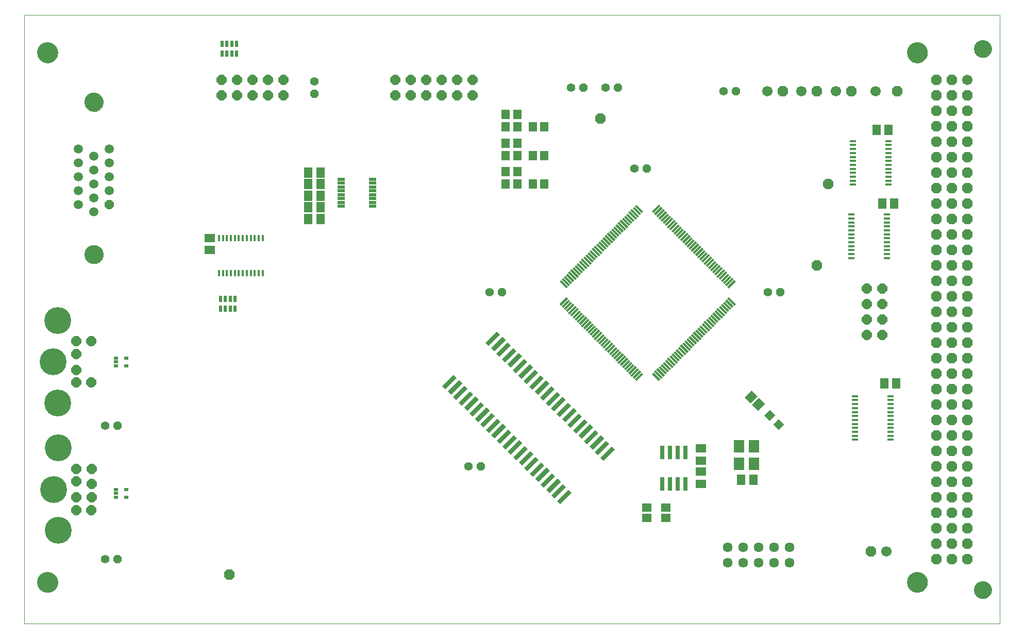
<source format=gts>
G75*
G70*
%OFA0B0*%
%FSLAX24Y24*%
%IPPOS*%
%LPD*%
%AMOC8*
5,1,8,0,0,1.08239X$1,22.5*
%
%ADD10R,0.0670X0.0827*%
%ADD11R,0.0552X0.0670*%
%ADD12OC8,0.0640*%
%ADD13R,0.0552X0.0631*%
%ADD14C,0.0000*%
%ADD15C,0.1221*%
%ADD16C,0.0594*%
%ADD17OC8,0.0594*%
%ADD18OC8,0.0670*%
%ADD19C,0.0670*%
%ADD20R,0.0430X0.0160*%
%ADD21OC8,0.0560*%
%ADD22C,0.0560*%
%ADD23R,0.0146X0.0631*%
%ADD24R,0.0631X0.0146*%
%ADD25C,0.0634*%
%ADD26R,0.0290X0.1040*%
%ADD27C,0.1739*%
%ADD28OC8,0.0634*%
%ADD29R,0.0160X0.0430*%
%ADD30R,0.0670X0.0552*%
%ADD31R,0.0276X0.0906*%
%ADD32R,0.0631X0.0552*%
%ADD33R,0.0236X0.0394*%
%ADD34C,0.1140*%
%ADD35C,0.1340*%
%ADD36R,0.0512X0.0512*%
%ADD37R,0.0316X0.0197*%
%ADD38R,0.0490X0.0190*%
D10*
X051057Y017789D03*
X052041Y017789D03*
X052041Y018901D03*
X051057Y018901D03*
D11*
X051204Y016745D03*
X051992Y016745D03*
X060454Y022995D03*
X061242Y022995D03*
X061117Y034620D03*
X060329Y034620D03*
X059954Y039370D03*
X060742Y039370D03*
X023992Y036620D03*
X023992Y035870D03*
X023204Y035870D03*
X023204Y036620D03*
X023204Y035120D03*
X023204Y034370D03*
X023992Y034370D03*
X023992Y035120D03*
X023992Y033620D03*
X023204Y033620D03*
D12*
X021598Y041620D03*
X020598Y041620D03*
X020598Y042620D03*
X021598Y042620D03*
X019598Y042620D03*
X018598Y042620D03*
X017598Y042620D03*
X017598Y041620D03*
X018598Y041620D03*
X019598Y041620D03*
X028848Y041620D03*
X028848Y042620D03*
X029848Y042620D03*
X030848Y042620D03*
X031848Y042620D03*
X032848Y042620D03*
X033848Y042620D03*
X033848Y041620D03*
X032848Y041620D03*
X031848Y041620D03*
X030848Y041620D03*
X029848Y041620D03*
X059348Y029120D03*
X060348Y029120D03*
X060348Y028120D03*
X060348Y027120D03*
X059348Y027120D03*
X059348Y028120D03*
X059348Y026120D03*
X060348Y026120D03*
D13*
G36*
X052307Y021216D02*
X051917Y021606D01*
X052361Y022050D01*
X052751Y021660D01*
X052307Y021216D01*
G37*
G36*
X051834Y021689D02*
X051444Y022079D01*
X051888Y022523D01*
X052278Y022133D01*
X051834Y021689D01*
G37*
X038472Y035870D03*
X037724Y035870D03*
X036722Y035870D03*
X035974Y035870D03*
X035974Y036670D03*
X036722Y036670D03*
X036722Y037720D03*
X035974Y037720D03*
X035974Y038520D03*
X036722Y038520D03*
X036722Y039570D03*
X035974Y039570D03*
X035974Y040370D03*
X036722Y040370D03*
X037724Y039570D03*
X038472Y039570D03*
X038472Y037720D03*
X037724Y037720D03*
D14*
X004848Y046810D02*
X004848Y007430D01*
X067948Y007430D01*
X067948Y046810D01*
X004848Y046810D01*
X005698Y044370D02*
X005700Y044420D01*
X005706Y044470D01*
X005716Y044520D01*
X005729Y044568D01*
X005746Y044616D01*
X005767Y044662D01*
X005791Y044706D01*
X005819Y044748D01*
X005850Y044788D01*
X005884Y044825D01*
X005921Y044860D01*
X005960Y044891D01*
X006001Y044920D01*
X006045Y044945D01*
X006091Y044967D01*
X006138Y044985D01*
X006186Y044999D01*
X006235Y045010D01*
X006285Y045017D01*
X006335Y045020D01*
X006386Y045019D01*
X006436Y045014D01*
X006486Y045005D01*
X006534Y044993D01*
X006582Y044976D01*
X006628Y044956D01*
X006673Y044933D01*
X006716Y044906D01*
X006756Y044876D01*
X006794Y044843D01*
X006829Y044807D01*
X006862Y044768D01*
X006891Y044727D01*
X006917Y044684D01*
X006940Y044639D01*
X006959Y044592D01*
X006974Y044544D01*
X006986Y044495D01*
X006994Y044445D01*
X006998Y044395D01*
X006998Y044345D01*
X006994Y044295D01*
X006986Y044245D01*
X006974Y044196D01*
X006959Y044148D01*
X006940Y044101D01*
X006917Y044056D01*
X006891Y044013D01*
X006862Y043972D01*
X006829Y043933D01*
X006794Y043897D01*
X006756Y043864D01*
X006716Y043834D01*
X006673Y043807D01*
X006628Y043784D01*
X006582Y043764D01*
X006534Y043747D01*
X006486Y043735D01*
X006436Y043726D01*
X006386Y043721D01*
X006335Y043720D01*
X006285Y043723D01*
X006235Y043730D01*
X006186Y043741D01*
X006138Y043755D01*
X006091Y043773D01*
X006045Y043795D01*
X006001Y043820D01*
X005960Y043849D01*
X005921Y043880D01*
X005884Y043915D01*
X005850Y043952D01*
X005819Y043992D01*
X005791Y044034D01*
X005767Y044078D01*
X005746Y044124D01*
X005729Y044172D01*
X005716Y044220D01*
X005706Y044270D01*
X005700Y044320D01*
X005698Y044370D01*
X008757Y041166D02*
X008759Y041214D01*
X008765Y041262D01*
X008775Y041309D01*
X008788Y041355D01*
X008806Y041400D01*
X008826Y041444D01*
X008851Y041486D01*
X008879Y041525D01*
X008909Y041562D01*
X008943Y041596D01*
X008980Y041628D01*
X009018Y041657D01*
X009059Y041682D01*
X009102Y041704D01*
X009147Y041722D01*
X009193Y041736D01*
X009240Y041747D01*
X009288Y041754D01*
X009336Y041757D01*
X009384Y041756D01*
X009432Y041751D01*
X009480Y041742D01*
X009526Y041730D01*
X009571Y041713D01*
X009615Y041693D01*
X009657Y041670D01*
X009697Y041643D01*
X009735Y041613D01*
X009770Y041580D01*
X009802Y041544D01*
X009832Y041506D01*
X009858Y041465D01*
X009880Y041422D01*
X009900Y041378D01*
X009915Y041333D01*
X009927Y041286D01*
X009935Y041238D01*
X009939Y041190D01*
X009939Y041142D01*
X009935Y041094D01*
X009927Y041046D01*
X009915Y040999D01*
X009900Y040954D01*
X009880Y040910D01*
X009858Y040867D01*
X009832Y040826D01*
X009802Y040788D01*
X009770Y040752D01*
X009735Y040719D01*
X009697Y040689D01*
X009657Y040662D01*
X009615Y040639D01*
X009571Y040619D01*
X009526Y040602D01*
X009480Y040590D01*
X009432Y040581D01*
X009384Y040576D01*
X009336Y040575D01*
X009288Y040578D01*
X009240Y040585D01*
X009193Y040596D01*
X009147Y040610D01*
X009102Y040628D01*
X009059Y040650D01*
X009018Y040675D01*
X008980Y040704D01*
X008943Y040736D01*
X008909Y040770D01*
X008879Y040807D01*
X008851Y040846D01*
X008826Y040888D01*
X008806Y040932D01*
X008788Y040977D01*
X008775Y041023D01*
X008765Y041070D01*
X008759Y041118D01*
X008757Y041166D01*
X008757Y031323D02*
X008759Y031371D01*
X008765Y031419D01*
X008775Y031466D01*
X008788Y031512D01*
X008806Y031557D01*
X008826Y031601D01*
X008851Y031643D01*
X008879Y031682D01*
X008909Y031719D01*
X008943Y031753D01*
X008980Y031785D01*
X009018Y031814D01*
X009059Y031839D01*
X009102Y031861D01*
X009147Y031879D01*
X009193Y031893D01*
X009240Y031904D01*
X009288Y031911D01*
X009336Y031914D01*
X009384Y031913D01*
X009432Y031908D01*
X009480Y031899D01*
X009526Y031887D01*
X009571Y031870D01*
X009615Y031850D01*
X009657Y031827D01*
X009697Y031800D01*
X009735Y031770D01*
X009770Y031737D01*
X009802Y031701D01*
X009832Y031663D01*
X009858Y031622D01*
X009880Y031579D01*
X009900Y031535D01*
X009915Y031490D01*
X009927Y031443D01*
X009935Y031395D01*
X009939Y031347D01*
X009939Y031299D01*
X009935Y031251D01*
X009927Y031203D01*
X009915Y031156D01*
X009900Y031111D01*
X009880Y031067D01*
X009858Y031024D01*
X009832Y030983D01*
X009802Y030945D01*
X009770Y030909D01*
X009735Y030876D01*
X009697Y030846D01*
X009657Y030819D01*
X009615Y030796D01*
X009571Y030776D01*
X009526Y030759D01*
X009480Y030747D01*
X009432Y030738D01*
X009384Y030733D01*
X009336Y030732D01*
X009288Y030735D01*
X009240Y030742D01*
X009193Y030753D01*
X009147Y030767D01*
X009102Y030785D01*
X009059Y030807D01*
X009018Y030832D01*
X008980Y030861D01*
X008943Y030893D01*
X008909Y030927D01*
X008879Y030964D01*
X008851Y031003D01*
X008826Y031045D01*
X008806Y031089D01*
X008788Y031134D01*
X008775Y031180D01*
X008765Y031227D01*
X008759Y031275D01*
X008757Y031323D01*
X005698Y010120D02*
X005700Y010170D01*
X005706Y010220D01*
X005716Y010270D01*
X005729Y010318D01*
X005746Y010366D01*
X005767Y010412D01*
X005791Y010456D01*
X005819Y010498D01*
X005850Y010538D01*
X005884Y010575D01*
X005921Y010610D01*
X005960Y010641D01*
X006001Y010670D01*
X006045Y010695D01*
X006091Y010717D01*
X006138Y010735D01*
X006186Y010749D01*
X006235Y010760D01*
X006285Y010767D01*
X006335Y010770D01*
X006386Y010769D01*
X006436Y010764D01*
X006486Y010755D01*
X006534Y010743D01*
X006582Y010726D01*
X006628Y010706D01*
X006673Y010683D01*
X006716Y010656D01*
X006756Y010626D01*
X006794Y010593D01*
X006829Y010557D01*
X006862Y010518D01*
X006891Y010477D01*
X006917Y010434D01*
X006940Y010389D01*
X006959Y010342D01*
X006974Y010294D01*
X006986Y010245D01*
X006994Y010195D01*
X006998Y010145D01*
X006998Y010095D01*
X006994Y010045D01*
X006986Y009995D01*
X006974Y009946D01*
X006959Y009898D01*
X006940Y009851D01*
X006917Y009806D01*
X006891Y009763D01*
X006862Y009722D01*
X006829Y009683D01*
X006794Y009647D01*
X006756Y009614D01*
X006716Y009584D01*
X006673Y009557D01*
X006628Y009534D01*
X006582Y009514D01*
X006534Y009497D01*
X006486Y009485D01*
X006436Y009476D01*
X006386Y009471D01*
X006335Y009470D01*
X006285Y009473D01*
X006235Y009480D01*
X006186Y009491D01*
X006138Y009505D01*
X006091Y009523D01*
X006045Y009545D01*
X006001Y009570D01*
X005960Y009599D01*
X005921Y009630D01*
X005884Y009665D01*
X005850Y009702D01*
X005819Y009742D01*
X005791Y009784D01*
X005767Y009828D01*
X005746Y009874D01*
X005729Y009922D01*
X005716Y009970D01*
X005706Y010020D01*
X005700Y010070D01*
X005698Y010120D01*
X061948Y010120D02*
X061950Y010170D01*
X061956Y010220D01*
X061966Y010270D01*
X061979Y010318D01*
X061996Y010366D01*
X062017Y010412D01*
X062041Y010456D01*
X062069Y010498D01*
X062100Y010538D01*
X062134Y010575D01*
X062171Y010610D01*
X062210Y010641D01*
X062251Y010670D01*
X062295Y010695D01*
X062341Y010717D01*
X062388Y010735D01*
X062436Y010749D01*
X062485Y010760D01*
X062535Y010767D01*
X062585Y010770D01*
X062636Y010769D01*
X062686Y010764D01*
X062736Y010755D01*
X062784Y010743D01*
X062832Y010726D01*
X062878Y010706D01*
X062923Y010683D01*
X062966Y010656D01*
X063006Y010626D01*
X063044Y010593D01*
X063079Y010557D01*
X063112Y010518D01*
X063141Y010477D01*
X063167Y010434D01*
X063190Y010389D01*
X063209Y010342D01*
X063224Y010294D01*
X063236Y010245D01*
X063244Y010195D01*
X063248Y010145D01*
X063248Y010095D01*
X063244Y010045D01*
X063236Y009995D01*
X063224Y009946D01*
X063209Y009898D01*
X063190Y009851D01*
X063167Y009806D01*
X063141Y009763D01*
X063112Y009722D01*
X063079Y009683D01*
X063044Y009647D01*
X063006Y009614D01*
X062966Y009584D01*
X062923Y009557D01*
X062878Y009534D01*
X062832Y009514D01*
X062784Y009497D01*
X062736Y009485D01*
X062686Y009476D01*
X062636Y009471D01*
X062585Y009470D01*
X062535Y009473D01*
X062485Y009480D01*
X062436Y009491D01*
X062388Y009505D01*
X062341Y009523D01*
X062295Y009545D01*
X062251Y009570D01*
X062210Y009599D01*
X062171Y009630D01*
X062134Y009665D01*
X062100Y009702D01*
X062069Y009742D01*
X062041Y009784D01*
X062017Y009828D01*
X061996Y009874D01*
X061979Y009922D01*
X061966Y009970D01*
X061956Y010020D01*
X061950Y010070D01*
X061948Y010120D01*
X066298Y009620D02*
X066300Y009667D01*
X066306Y009713D01*
X066316Y009759D01*
X066329Y009803D01*
X066347Y009847D01*
X066368Y009888D01*
X066392Y009928D01*
X066420Y009966D01*
X066451Y010001D01*
X066485Y010033D01*
X066521Y010062D01*
X066560Y010088D01*
X066600Y010111D01*
X066643Y010130D01*
X066687Y010146D01*
X066732Y010158D01*
X066778Y010166D01*
X066825Y010170D01*
X066871Y010170D01*
X066918Y010166D01*
X066964Y010158D01*
X067009Y010146D01*
X067053Y010130D01*
X067096Y010111D01*
X067136Y010088D01*
X067175Y010062D01*
X067211Y010033D01*
X067245Y010001D01*
X067276Y009966D01*
X067304Y009928D01*
X067328Y009888D01*
X067349Y009847D01*
X067367Y009803D01*
X067380Y009759D01*
X067390Y009713D01*
X067396Y009667D01*
X067398Y009620D01*
X067396Y009573D01*
X067390Y009527D01*
X067380Y009481D01*
X067367Y009437D01*
X067349Y009393D01*
X067328Y009352D01*
X067304Y009312D01*
X067276Y009274D01*
X067245Y009239D01*
X067211Y009207D01*
X067175Y009178D01*
X067136Y009152D01*
X067096Y009129D01*
X067053Y009110D01*
X067009Y009094D01*
X066964Y009082D01*
X066918Y009074D01*
X066871Y009070D01*
X066825Y009070D01*
X066778Y009074D01*
X066732Y009082D01*
X066687Y009094D01*
X066643Y009110D01*
X066600Y009129D01*
X066560Y009152D01*
X066521Y009178D01*
X066485Y009207D01*
X066451Y009239D01*
X066420Y009274D01*
X066392Y009312D01*
X066368Y009352D01*
X066347Y009393D01*
X066329Y009437D01*
X066316Y009481D01*
X066306Y009527D01*
X066300Y009573D01*
X066298Y009620D01*
X061948Y044370D02*
X061950Y044420D01*
X061956Y044470D01*
X061966Y044520D01*
X061979Y044568D01*
X061996Y044616D01*
X062017Y044662D01*
X062041Y044706D01*
X062069Y044748D01*
X062100Y044788D01*
X062134Y044825D01*
X062171Y044860D01*
X062210Y044891D01*
X062251Y044920D01*
X062295Y044945D01*
X062341Y044967D01*
X062388Y044985D01*
X062436Y044999D01*
X062485Y045010D01*
X062535Y045017D01*
X062585Y045020D01*
X062636Y045019D01*
X062686Y045014D01*
X062736Y045005D01*
X062784Y044993D01*
X062832Y044976D01*
X062878Y044956D01*
X062923Y044933D01*
X062966Y044906D01*
X063006Y044876D01*
X063044Y044843D01*
X063079Y044807D01*
X063112Y044768D01*
X063141Y044727D01*
X063167Y044684D01*
X063190Y044639D01*
X063209Y044592D01*
X063224Y044544D01*
X063236Y044495D01*
X063244Y044445D01*
X063248Y044395D01*
X063248Y044345D01*
X063244Y044295D01*
X063236Y044245D01*
X063224Y044196D01*
X063209Y044148D01*
X063190Y044101D01*
X063167Y044056D01*
X063141Y044013D01*
X063112Y043972D01*
X063079Y043933D01*
X063044Y043897D01*
X063006Y043864D01*
X062966Y043834D01*
X062923Y043807D01*
X062878Y043784D01*
X062832Y043764D01*
X062784Y043747D01*
X062736Y043735D01*
X062686Y043726D01*
X062636Y043721D01*
X062585Y043720D01*
X062535Y043723D01*
X062485Y043730D01*
X062436Y043741D01*
X062388Y043755D01*
X062341Y043773D01*
X062295Y043795D01*
X062251Y043820D01*
X062210Y043849D01*
X062171Y043880D01*
X062134Y043915D01*
X062100Y043952D01*
X062069Y043992D01*
X062041Y044034D01*
X062017Y044078D01*
X061996Y044124D01*
X061979Y044172D01*
X061966Y044220D01*
X061956Y044270D01*
X061950Y044320D01*
X061948Y044370D01*
X066298Y044620D02*
X066300Y044667D01*
X066306Y044713D01*
X066316Y044759D01*
X066329Y044803D01*
X066347Y044847D01*
X066368Y044888D01*
X066392Y044928D01*
X066420Y044966D01*
X066451Y045001D01*
X066485Y045033D01*
X066521Y045062D01*
X066560Y045088D01*
X066600Y045111D01*
X066643Y045130D01*
X066687Y045146D01*
X066732Y045158D01*
X066778Y045166D01*
X066825Y045170D01*
X066871Y045170D01*
X066918Y045166D01*
X066964Y045158D01*
X067009Y045146D01*
X067053Y045130D01*
X067096Y045111D01*
X067136Y045088D01*
X067175Y045062D01*
X067211Y045033D01*
X067245Y045001D01*
X067276Y044966D01*
X067304Y044928D01*
X067328Y044888D01*
X067349Y044847D01*
X067367Y044803D01*
X067380Y044759D01*
X067390Y044713D01*
X067396Y044667D01*
X067398Y044620D01*
X067396Y044573D01*
X067390Y044527D01*
X067380Y044481D01*
X067367Y044437D01*
X067349Y044393D01*
X067328Y044352D01*
X067304Y044312D01*
X067276Y044274D01*
X067245Y044239D01*
X067211Y044207D01*
X067175Y044178D01*
X067136Y044152D01*
X067096Y044129D01*
X067053Y044110D01*
X067009Y044094D01*
X066964Y044082D01*
X066918Y044074D01*
X066871Y044070D01*
X066825Y044070D01*
X066778Y044074D01*
X066732Y044082D01*
X066687Y044094D01*
X066643Y044110D01*
X066600Y044129D01*
X066560Y044152D01*
X066521Y044178D01*
X066485Y044207D01*
X066451Y044239D01*
X066420Y044274D01*
X066392Y044312D01*
X066368Y044352D01*
X066347Y044393D01*
X066329Y044437D01*
X066316Y044481D01*
X066306Y044527D01*
X066300Y044573D01*
X066298Y044620D01*
D15*
X009348Y041166D03*
X009348Y031323D03*
D16*
X009348Y034090D03*
X009348Y034990D03*
X010348Y035440D03*
X009348Y035890D03*
X009348Y036790D03*
X010348Y036340D03*
X010348Y037240D03*
X009348Y037690D03*
X010348Y038140D03*
X008348Y038140D03*
X008348Y037240D03*
X008348Y036340D03*
X008348Y035440D03*
X008348Y034540D03*
D17*
X010348Y034540D03*
D18*
X018098Y010620D03*
X042098Y040120D03*
X053898Y041870D03*
X056098Y041870D03*
X058348Y041870D03*
X061298Y041870D03*
X063848Y041620D03*
X063848Y042620D03*
X064848Y042620D03*
X064848Y041620D03*
X065848Y041620D03*
X065848Y040620D03*
X064848Y040620D03*
X064848Y039620D03*
X065848Y039620D03*
X065848Y038620D03*
X064848Y038620D03*
X063848Y038620D03*
X063848Y039620D03*
X063848Y040620D03*
X063848Y037620D03*
X064848Y037620D03*
X065848Y037620D03*
X065848Y036620D03*
X064848Y036620D03*
X063848Y036620D03*
X063848Y035620D03*
X064848Y035620D03*
X065848Y035620D03*
X065848Y034620D03*
X064848Y034620D03*
X063848Y034620D03*
X063848Y033620D03*
X063848Y032620D03*
X064848Y032620D03*
X064848Y033620D03*
X065848Y033620D03*
X065848Y032620D03*
X065848Y031620D03*
X064848Y031620D03*
X063848Y031620D03*
X063848Y030620D03*
X064848Y030620D03*
X065848Y030620D03*
X065848Y029620D03*
X064848Y029620D03*
X063848Y029620D03*
X063848Y028620D03*
X064848Y028620D03*
X065848Y028620D03*
X065848Y027620D03*
X064848Y027620D03*
X064848Y026620D03*
X065848Y026620D03*
X065848Y025620D03*
X064848Y025620D03*
X063848Y025620D03*
X063848Y026620D03*
X063848Y027620D03*
X063848Y024620D03*
X064848Y024620D03*
X065848Y024620D03*
X065848Y023620D03*
X064848Y023620D03*
X063848Y023620D03*
X063848Y022620D03*
X064848Y022620D03*
X065848Y022620D03*
X065848Y021620D03*
X064848Y021620D03*
X064848Y020620D03*
X065848Y020620D03*
X065848Y019620D03*
X064848Y019620D03*
X063848Y019620D03*
X063848Y020620D03*
X063848Y021620D03*
X063848Y018620D03*
X064848Y018620D03*
X065848Y018620D03*
X065848Y017620D03*
X064848Y017620D03*
X063848Y017620D03*
X063848Y016620D03*
X064848Y016620D03*
X065848Y016620D03*
X065848Y015620D03*
X064848Y015620D03*
X063848Y015620D03*
X063848Y014620D03*
X063848Y013620D03*
X064848Y013620D03*
X064848Y014620D03*
X065848Y014620D03*
X065848Y013620D03*
X065848Y012620D03*
X064848Y012620D03*
X063848Y012620D03*
X063848Y011620D03*
X064848Y011620D03*
X065848Y011620D03*
X059598Y012120D03*
X056098Y030620D03*
X056848Y035870D03*
D19*
X057348Y041870D03*
X055098Y041870D03*
X052898Y041870D03*
X059898Y041870D03*
X065848Y042620D03*
X060598Y012120D03*
D20*
X060872Y019337D03*
X060872Y019593D03*
X060872Y019849D03*
X060872Y020105D03*
X060872Y020361D03*
X060872Y020617D03*
X060872Y020872D03*
X060872Y021128D03*
X060872Y021384D03*
X060872Y021640D03*
X060872Y021896D03*
X060872Y022152D03*
X058574Y022152D03*
X058574Y021896D03*
X058574Y021640D03*
X058574Y021384D03*
X058574Y021128D03*
X058574Y020872D03*
X058574Y020617D03*
X058574Y020361D03*
X058574Y020105D03*
X058574Y019849D03*
X058574Y019593D03*
X058574Y019337D03*
X058324Y031087D03*
X058324Y031343D03*
X058324Y031599D03*
X058324Y031855D03*
X058324Y032111D03*
X058324Y032367D03*
X058324Y032622D03*
X058324Y032878D03*
X058324Y033134D03*
X058324Y033390D03*
X058324Y033646D03*
X058324Y033902D03*
X060622Y033902D03*
X060622Y033646D03*
X060622Y033390D03*
X060622Y033134D03*
X060622Y032878D03*
X060622Y032622D03*
X060622Y032367D03*
X060622Y032111D03*
X060622Y031855D03*
X060622Y031599D03*
X060622Y031343D03*
X060622Y031087D03*
X060747Y035837D03*
X060747Y036093D03*
X060747Y036349D03*
X060747Y036605D03*
X060747Y036861D03*
X060747Y037117D03*
X060747Y037372D03*
X060747Y037628D03*
X060747Y037884D03*
X060747Y038140D03*
X060747Y038396D03*
X060747Y038652D03*
X058449Y038652D03*
X058449Y038396D03*
X058449Y038140D03*
X058449Y037884D03*
X058449Y037628D03*
X058449Y037372D03*
X058449Y037117D03*
X058449Y036861D03*
X058449Y036605D03*
X058449Y036349D03*
X058449Y036093D03*
X058449Y035837D03*
D21*
X050873Y041870D03*
X045098Y036870D03*
X043248Y042120D03*
X040998Y042120D03*
X035748Y028870D03*
X034373Y017620D03*
X053748Y028870D03*
X023598Y041720D03*
X010873Y020245D03*
X010873Y011620D03*
D22*
X010073Y011620D03*
X010073Y020245D03*
X033573Y017620D03*
X034948Y028870D03*
X044298Y036870D03*
X042448Y042120D03*
X040198Y042120D03*
X050073Y041870D03*
X052948Y028870D03*
X023598Y042520D03*
D23*
G36*
X039559Y028014D02*
X039456Y028117D01*
X039901Y028562D01*
X040004Y028459D01*
X039559Y028014D01*
G37*
G36*
X039698Y027874D02*
X039595Y027977D01*
X040040Y028422D01*
X040143Y028319D01*
X039698Y027874D01*
G37*
G36*
X039837Y027735D02*
X039734Y027838D01*
X040179Y028283D01*
X040282Y028180D01*
X039837Y027735D01*
G37*
G36*
X039976Y027596D02*
X039873Y027699D01*
X040318Y028144D01*
X040421Y028041D01*
X039976Y027596D01*
G37*
G36*
X040116Y027457D02*
X040013Y027560D01*
X040458Y028005D01*
X040561Y027902D01*
X040116Y027457D01*
G37*
G36*
X040255Y027318D02*
X040152Y027421D01*
X040597Y027866D01*
X040700Y027763D01*
X040255Y027318D01*
G37*
G36*
X040394Y027178D02*
X040291Y027281D01*
X040736Y027726D01*
X040839Y027623D01*
X040394Y027178D01*
G37*
G36*
X040533Y027039D02*
X040430Y027142D01*
X040875Y027587D01*
X040978Y027484D01*
X040533Y027039D01*
G37*
G36*
X040672Y026900D02*
X040569Y027003D01*
X041014Y027448D01*
X041117Y027345D01*
X040672Y026900D01*
G37*
G36*
X040812Y026761D02*
X040709Y026864D01*
X041154Y027309D01*
X041257Y027206D01*
X040812Y026761D01*
G37*
G36*
X040951Y026622D02*
X040848Y026725D01*
X041293Y027170D01*
X041396Y027067D01*
X040951Y026622D01*
G37*
G36*
X041090Y026482D02*
X040987Y026585D01*
X041432Y027030D01*
X041535Y026927D01*
X041090Y026482D01*
G37*
G36*
X041229Y026343D02*
X041126Y026446D01*
X041571Y026891D01*
X041674Y026788D01*
X041229Y026343D01*
G37*
G36*
X041368Y026204D02*
X041265Y026307D01*
X041710Y026752D01*
X041813Y026649D01*
X041368Y026204D01*
G37*
G36*
X041508Y026065D02*
X041405Y026168D01*
X041850Y026613D01*
X041953Y026510D01*
X041508Y026065D01*
G37*
G36*
X041647Y025926D02*
X041544Y026029D01*
X041989Y026474D01*
X042092Y026371D01*
X041647Y025926D01*
G37*
G36*
X041786Y025786D02*
X041683Y025889D01*
X042128Y026334D01*
X042231Y026231D01*
X041786Y025786D01*
G37*
G36*
X041925Y025647D02*
X041822Y025750D01*
X042267Y026195D01*
X042370Y026092D01*
X041925Y025647D01*
G37*
G36*
X042064Y025508D02*
X041961Y025611D01*
X042406Y026056D01*
X042509Y025953D01*
X042064Y025508D01*
G37*
G36*
X042204Y025369D02*
X042101Y025472D01*
X042546Y025917D01*
X042649Y025814D01*
X042204Y025369D01*
G37*
G36*
X042343Y025230D02*
X042240Y025333D01*
X042685Y025778D01*
X042788Y025675D01*
X042343Y025230D01*
G37*
G36*
X042482Y025090D02*
X042379Y025193D01*
X042824Y025638D01*
X042927Y025535D01*
X042482Y025090D01*
G37*
G36*
X042621Y024951D02*
X042518Y025054D01*
X042963Y025499D01*
X043066Y025396D01*
X042621Y024951D01*
G37*
G36*
X042760Y024812D02*
X042657Y024915D01*
X043102Y025360D01*
X043205Y025257D01*
X042760Y024812D01*
G37*
G36*
X042900Y024673D02*
X042797Y024776D01*
X043242Y025221D01*
X043345Y025118D01*
X042900Y024673D01*
G37*
G36*
X043039Y024534D02*
X042936Y024637D01*
X043381Y025082D01*
X043484Y024979D01*
X043039Y024534D01*
G37*
G36*
X043178Y024395D02*
X043075Y024498D01*
X043520Y024943D01*
X043623Y024840D01*
X043178Y024395D01*
G37*
G36*
X043317Y024255D02*
X043214Y024358D01*
X043659Y024803D01*
X043762Y024700D01*
X043317Y024255D01*
G37*
G36*
X043456Y024116D02*
X043353Y024219D01*
X043798Y024664D01*
X043901Y024561D01*
X043456Y024116D01*
G37*
G36*
X043595Y023977D02*
X043492Y024080D01*
X043937Y024525D01*
X044040Y024422D01*
X043595Y023977D01*
G37*
G36*
X043735Y023838D02*
X043632Y023941D01*
X044077Y024386D01*
X044180Y024283D01*
X043735Y023838D01*
G37*
G36*
X043874Y023699D02*
X043771Y023802D01*
X044216Y024247D01*
X044319Y024144D01*
X043874Y023699D01*
G37*
G36*
X044013Y023559D02*
X043910Y023662D01*
X044355Y024107D01*
X044458Y024004D01*
X044013Y023559D01*
G37*
G36*
X044152Y023420D02*
X044049Y023523D01*
X044494Y023968D01*
X044597Y023865D01*
X044152Y023420D01*
G37*
G36*
X044291Y023281D02*
X044188Y023384D01*
X044633Y023829D01*
X044736Y023726D01*
X044291Y023281D01*
G37*
G36*
X044431Y023142D02*
X044328Y023245D01*
X044773Y023690D01*
X044876Y023587D01*
X044431Y023142D01*
G37*
G36*
X050416Y029127D02*
X050313Y029230D01*
X050758Y029675D01*
X050861Y029572D01*
X050416Y029127D01*
G37*
G36*
X050277Y029266D02*
X050174Y029369D01*
X050619Y029814D01*
X050722Y029711D01*
X050277Y029266D01*
G37*
G36*
X050138Y029406D02*
X050035Y029509D01*
X050480Y029954D01*
X050583Y029851D01*
X050138Y029406D01*
G37*
G36*
X049998Y029545D02*
X049895Y029648D01*
X050340Y030093D01*
X050443Y029990D01*
X049998Y029545D01*
G37*
G36*
X049859Y029684D02*
X049756Y029787D01*
X050201Y030232D01*
X050304Y030129D01*
X049859Y029684D01*
G37*
G36*
X049720Y029823D02*
X049617Y029926D01*
X050062Y030371D01*
X050165Y030268D01*
X049720Y029823D01*
G37*
G36*
X049581Y029962D02*
X049478Y030065D01*
X049923Y030510D01*
X050026Y030407D01*
X049581Y029962D01*
G37*
G36*
X049442Y030101D02*
X049339Y030204D01*
X049784Y030649D01*
X049887Y030546D01*
X049442Y030101D01*
G37*
G36*
X049302Y030241D02*
X049199Y030344D01*
X049644Y030789D01*
X049747Y030686D01*
X049302Y030241D01*
G37*
G36*
X049163Y030380D02*
X049060Y030483D01*
X049505Y030928D01*
X049608Y030825D01*
X049163Y030380D01*
G37*
G36*
X049024Y030519D02*
X048921Y030622D01*
X049366Y031067D01*
X049469Y030964D01*
X049024Y030519D01*
G37*
G36*
X048885Y030658D02*
X048782Y030761D01*
X049227Y031206D01*
X049330Y031103D01*
X048885Y030658D01*
G37*
G36*
X048746Y030797D02*
X048643Y030900D01*
X049088Y031345D01*
X049191Y031242D01*
X048746Y030797D01*
G37*
G36*
X048606Y030937D02*
X048503Y031040D01*
X048948Y031485D01*
X049051Y031382D01*
X048606Y030937D01*
G37*
G36*
X048467Y031076D02*
X048364Y031179D01*
X048809Y031624D01*
X048912Y031521D01*
X048467Y031076D01*
G37*
G36*
X048328Y031215D02*
X048225Y031318D01*
X048670Y031763D01*
X048773Y031660D01*
X048328Y031215D01*
G37*
G36*
X048189Y031354D02*
X048086Y031457D01*
X048531Y031902D01*
X048634Y031799D01*
X048189Y031354D01*
G37*
G36*
X048050Y031493D02*
X047947Y031596D01*
X048392Y032041D01*
X048495Y031938D01*
X048050Y031493D01*
G37*
G36*
X047911Y031633D02*
X047808Y031736D01*
X048253Y032181D01*
X048356Y032078D01*
X047911Y031633D01*
G37*
G36*
X047771Y031772D02*
X047668Y031875D01*
X048113Y032320D01*
X048216Y032217D01*
X047771Y031772D01*
G37*
G36*
X047632Y031911D02*
X047529Y032014D01*
X047974Y032459D01*
X048077Y032356D01*
X047632Y031911D01*
G37*
G36*
X047493Y032050D02*
X047390Y032153D01*
X047835Y032598D01*
X047938Y032495D01*
X047493Y032050D01*
G37*
G36*
X047354Y032189D02*
X047251Y032292D01*
X047696Y032737D01*
X047799Y032634D01*
X047354Y032189D01*
G37*
G36*
X047215Y032329D02*
X047112Y032432D01*
X047557Y032877D01*
X047660Y032774D01*
X047215Y032329D01*
G37*
G36*
X047075Y032468D02*
X046972Y032571D01*
X047417Y033016D01*
X047520Y032913D01*
X047075Y032468D01*
G37*
G36*
X046936Y032607D02*
X046833Y032710D01*
X047278Y033155D01*
X047381Y033052D01*
X046936Y032607D01*
G37*
G36*
X046797Y032746D02*
X046694Y032849D01*
X047139Y033294D01*
X047242Y033191D01*
X046797Y032746D01*
G37*
G36*
X046658Y032885D02*
X046555Y032988D01*
X047000Y033433D01*
X047103Y033330D01*
X046658Y032885D01*
G37*
G36*
X046519Y033025D02*
X046416Y033128D01*
X046861Y033573D01*
X046964Y033470D01*
X046519Y033025D01*
G37*
G36*
X046379Y033164D02*
X046276Y033267D01*
X046721Y033712D01*
X046824Y033609D01*
X046379Y033164D01*
G37*
G36*
X046240Y033303D02*
X046137Y033406D01*
X046582Y033851D01*
X046685Y033748D01*
X046240Y033303D01*
G37*
G36*
X046101Y033442D02*
X045998Y033545D01*
X046443Y033990D01*
X046546Y033887D01*
X046101Y033442D01*
G37*
G36*
X045962Y033581D02*
X045859Y033684D01*
X046304Y034129D01*
X046407Y034026D01*
X045962Y033581D01*
G37*
G36*
X045823Y033721D02*
X045720Y033824D01*
X046165Y034269D01*
X046268Y034166D01*
X045823Y033721D01*
G37*
G36*
X045683Y033860D02*
X045580Y033963D01*
X046025Y034408D01*
X046128Y034305D01*
X045683Y033860D01*
G37*
G36*
X045544Y033999D02*
X045441Y034102D01*
X045886Y034547D01*
X045989Y034444D01*
X045544Y033999D01*
G37*
D24*
G36*
X044773Y033999D02*
X044328Y034444D01*
X044431Y034547D01*
X044876Y034102D01*
X044773Y033999D01*
G37*
G36*
X044633Y033860D02*
X044188Y034305D01*
X044291Y034408D01*
X044736Y033963D01*
X044633Y033860D01*
G37*
G36*
X044494Y033721D02*
X044049Y034166D01*
X044152Y034269D01*
X044597Y033824D01*
X044494Y033721D01*
G37*
G36*
X044355Y033581D02*
X043910Y034026D01*
X044013Y034129D01*
X044458Y033684D01*
X044355Y033581D01*
G37*
G36*
X044216Y033442D02*
X043771Y033887D01*
X043874Y033990D01*
X044319Y033545D01*
X044216Y033442D01*
G37*
G36*
X044077Y033303D02*
X043632Y033748D01*
X043735Y033851D01*
X044180Y033406D01*
X044077Y033303D01*
G37*
G36*
X043937Y033164D02*
X043492Y033609D01*
X043595Y033712D01*
X044040Y033267D01*
X043937Y033164D01*
G37*
G36*
X043798Y033025D02*
X043353Y033470D01*
X043456Y033573D01*
X043901Y033128D01*
X043798Y033025D01*
G37*
G36*
X043659Y032885D02*
X043214Y033330D01*
X043317Y033433D01*
X043762Y032988D01*
X043659Y032885D01*
G37*
G36*
X043520Y032746D02*
X043075Y033191D01*
X043178Y033294D01*
X043623Y032849D01*
X043520Y032746D01*
G37*
G36*
X043381Y032607D02*
X042936Y033052D01*
X043039Y033155D01*
X043484Y032710D01*
X043381Y032607D01*
G37*
G36*
X043242Y032468D02*
X042797Y032913D01*
X042900Y033016D01*
X043345Y032571D01*
X043242Y032468D01*
G37*
G36*
X043102Y032329D02*
X042657Y032774D01*
X042760Y032877D01*
X043205Y032432D01*
X043102Y032329D01*
G37*
G36*
X042963Y032189D02*
X042518Y032634D01*
X042621Y032737D01*
X043066Y032292D01*
X042963Y032189D01*
G37*
G36*
X042824Y032050D02*
X042379Y032495D01*
X042482Y032598D01*
X042927Y032153D01*
X042824Y032050D01*
G37*
G36*
X042685Y031911D02*
X042240Y032356D01*
X042343Y032459D01*
X042788Y032014D01*
X042685Y031911D01*
G37*
G36*
X042546Y031772D02*
X042101Y032217D01*
X042204Y032320D01*
X042649Y031875D01*
X042546Y031772D01*
G37*
G36*
X042406Y031633D02*
X041961Y032078D01*
X042064Y032181D01*
X042509Y031736D01*
X042406Y031633D01*
G37*
G36*
X042267Y031493D02*
X041822Y031938D01*
X041925Y032041D01*
X042370Y031596D01*
X042267Y031493D01*
G37*
G36*
X042128Y031354D02*
X041683Y031799D01*
X041786Y031902D01*
X042231Y031457D01*
X042128Y031354D01*
G37*
G36*
X041989Y031215D02*
X041544Y031660D01*
X041647Y031763D01*
X042092Y031318D01*
X041989Y031215D01*
G37*
G36*
X041850Y031076D02*
X041405Y031521D01*
X041508Y031624D01*
X041953Y031179D01*
X041850Y031076D01*
G37*
G36*
X041710Y030937D02*
X041265Y031382D01*
X041368Y031485D01*
X041813Y031040D01*
X041710Y030937D01*
G37*
G36*
X041571Y030797D02*
X041126Y031242D01*
X041229Y031345D01*
X041674Y030900D01*
X041571Y030797D01*
G37*
G36*
X041432Y030658D02*
X040987Y031103D01*
X041090Y031206D01*
X041535Y030761D01*
X041432Y030658D01*
G37*
G36*
X041293Y030519D02*
X040848Y030964D01*
X040951Y031067D01*
X041396Y030622D01*
X041293Y030519D01*
G37*
G36*
X041154Y030380D02*
X040709Y030825D01*
X040812Y030928D01*
X041257Y030483D01*
X041154Y030380D01*
G37*
G36*
X041014Y030241D02*
X040569Y030686D01*
X040672Y030789D01*
X041117Y030344D01*
X041014Y030241D01*
G37*
G36*
X040875Y030101D02*
X040430Y030546D01*
X040533Y030649D01*
X040978Y030204D01*
X040875Y030101D01*
G37*
G36*
X040736Y029962D02*
X040291Y030407D01*
X040394Y030510D01*
X040839Y030065D01*
X040736Y029962D01*
G37*
G36*
X040597Y029823D02*
X040152Y030268D01*
X040255Y030371D01*
X040700Y029926D01*
X040597Y029823D01*
G37*
G36*
X040458Y029684D02*
X040013Y030129D01*
X040116Y030232D01*
X040561Y029787D01*
X040458Y029684D01*
G37*
G36*
X040318Y029545D02*
X039873Y029990D01*
X039976Y030093D01*
X040421Y029648D01*
X040318Y029545D01*
G37*
G36*
X040179Y029406D02*
X039734Y029851D01*
X039837Y029954D01*
X040282Y029509D01*
X040179Y029406D01*
G37*
G36*
X040040Y029266D02*
X039595Y029711D01*
X039698Y029814D01*
X040143Y029369D01*
X040040Y029266D01*
G37*
G36*
X039901Y029127D02*
X039456Y029572D01*
X039559Y029675D01*
X040004Y029230D01*
X039901Y029127D01*
G37*
G36*
X046443Y023699D02*
X045998Y024144D01*
X046101Y024247D01*
X046546Y023802D01*
X046443Y023699D01*
G37*
G36*
X046304Y023559D02*
X045859Y024004D01*
X045962Y024107D01*
X046407Y023662D01*
X046304Y023559D01*
G37*
G36*
X046165Y023420D02*
X045720Y023865D01*
X045823Y023968D01*
X046268Y023523D01*
X046165Y023420D01*
G37*
G36*
X046025Y023281D02*
X045580Y023726D01*
X045683Y023829D01*
X046128Y023384D01*
X046025Y023281D01*
G37*
G36*
X045886Y023142D02*
X045441Y023587D01*
X045544Y023690D01*
X045989Y023245D01*
X045886Y023142D01*
G37*
G36*
X046582Y023838D02*
X046137Y024283D01*
X046240Y024386D01*
X046685Y023941D01*
X046582Y023838D01*
G37*
G36*
X046721Y023977D02*
X046276Y024422D01*
X046379Y024525D01*
X046824Y024080D01*
X046721Y023977D01*
G37*
G36*
X046861Y024116D02*
X046416Y024561D01*
X046519Y024664D01*
X046964Y024219D01*
X046861Y024116D01*
G37*
G36*
X047000Y024255D02*
X046555Y024700D01*
X046658Y024803D01*
X047103Y024358D01*
X047000Y024255D01*
G37*
G36*
X047139Y024395D02*
X046694Y024840D01*
X046797Y024943D01*
X047242Y024498D01*
X047139Y024395D01*
G37*
G36*
X047278Y024534D02*
X046833Y024979D01*
X046936Y025082D01*
X047381Y024637D01*
X047278Y024534D01*
G37*
G36*
X047417Y024673D02*
X046972Y025118D01*
X047075Y025221D01*
X047520Y024776D01*
X047417Y024673D01*
G37*
G36*
X047557Y024812D02*
X047112Y025257D01*
X047215Y025360D01*
X047660Y024915D01*
X047557Y024812D01*
G37*
G36*
X047696Y024951D02*
X047251Y025396D01*
X047354Y025499D01*
X047799Y025054D01*
X047696Y024951D01*
G37*
G36*
X047835Y025090D02*
X047390Y025535D01*
X047493Y025638D01*
X047938Y025193D01*
X047835Y025090D01*
G37*
G36*
X047974Y025230D02*
X047529Y025675D01*
X047632Y025778D01*
X048077Y025333D01*
X047974Y025230D01*
G37*
G36*
X048113Y025369D02*
X047668Y025814D01*
X047771Y025917D01*
X048216Y025472D01*
X048113Y025369D01*
G37*
G36*
X048253Y025508D02*
X047808Y025953D01*
X047911Y026056D01*
X048356Y025611D01*
X048253Y025508D01*
G37*
G36*
X048392Y025647D02*
X047947Y026092D01*
X048050Y026195D01*
X048495Y025750D01*
X048392Y025647D01*
G37*
G36*
X048531Y025786D02*
X048086Y026231D01*
X048189Y026334D01*
X048634Y025889D01*
X048531Y025786D01*
G37*
G36*
X048670Y025926D02*
X048225Y026371D01*
X048328Y026474D01*
X048773Y026029D01*
X048670Y025926D01*
G37*
G36*
X048809Y026065D02*
X048364Y026510D01*
X048467Y026613D01*
X048912Y026168D01*
X048809Y026065D01*
G37*
G36*
X048948Y026204D02*
X048503Y026649D01*
X048606Y026752D01*
X049051Y026307D01*
X048948Y026204D01*
G37*
G36*
X049088Y026343D02*
X048643Y026788D01*
X048746Y026891D01*
X049191Y026446D01*
X049088Y026343D01*
G37*
G36*
X049227Y026482D02*
X048782Y026927D01*
X048885Y027030D01*
X049330Y026585D01*
X049227Y026482D01*
G37*
G36*
X049366Y026622D02*
X048921Y027067D01*
X049024Y027170D01*
X049469Y026725D01*
X049366Y026622D01*
G37*
G36*
X049505Y026761D02*
X049060Y027206D01*
X049163Y027309D01*
X049608Y026864D01*
X049505Y026761D01*
G37*
G36*
X049644Y026900D02*
X049199Y027345D01*
X049302Y027448D01*
X049747Y027003D01*
X049644Y026900D01*
G37*
G36*
X049784Y027039D02*
X049339Y027484D01*
X049442Y027587D01*
X049887Y027142D01*
X049784Y027039D01*
G37*
G36*
X049923Y027178D02*
X049478Y027623D01*
X049581Y027726D01*
X050026Y027281D01*
X049923Y027178D01*
G37*
G36*
X050062Y027318D02*
X049617Y027763D01*
X049720Y027866D01*
X050165Y027421D01*
X050062Y027318D01*
G37*
G36*
X050201Y027457D02*
X049756Y027902D01*
X049859Y028005D01*
X050304Y027560D01*
X050201Y027457D01*
G37*
G36*
X050340Y027596D02*
X049895Y028041D01*
X049998Y028144D01*
X050443Y027699D01*
X050340Y027596D01*
G37*
G36*
X050480Y027735D02*
X050035Y028180D01*
X050138Y028283D01*
X050583Y027838D01*
X050480Y027735D01*
G37*
G36*
X050619Y027874D02*
X050174Y028319D01*
X050277Y028422D01*
X050722Y027977D01*
X050619Y027874D01*
G37*
G36*
X050758Y028014D02*
X050313Y028459D01*
X050416Y028562D01*
X050861Y028117D01*
X050758Y028014D01*
G37*
D25*
X050348Y012370D03*
X051348Y012370D03*
X052348Y012370D03*
X053348Y012370D03*
X054348Y012370D03*
X054348Y011370D03*
X053348Y011370D03*
X052348Y011370D03*
X051348Y011370D03*
X050348Y011370D03*
D26*
G36*
X042301Y017986D02*
X042096Y018191D01*
X042831Y018926D01*
X043036Y018721D01*
X042301Y017986D01*
G37*
G36*
X041947Y018339D02*
X041742Y018544D01*
X042477Y019279D01*
X042682Y019074D01*
X041947Y018339D01*
G37*
G36*
X041594Y018693D02*
X041389Y018898D01*
X042124Y019633D01*
X042329Y019428D01*
X041594Y018693D01*
G37*
G36*
X041240Y019046D02*
X041035Y019251D01*
X041770Y019986D01*
X041975Y019781D01*
X041240Y019046D01*
G37*
G36*
X040887Y019400D02*
X040682Y019605D01*
X041417Y020340D01*
X041622Y020135D01*
X040887Y019400D01*
G37*
G36*
X040533Y019754D02*
X040328Y019959D01*
X041063Y020694D01*
X041268Y020489D01*
X040533Y019754D01*
G37*
G36*
X040180Y020107D02*
X039975Y020312D01*
X040710Y021047D01*
X040915Y020842D01*
X040180Y020107D01*
G37*
G36*
X039826Y020461D02*
X039621Y020666D01*
X040356Y021401D01*
X040561Y021196D01*
X039826Y020461D01*
G37*
G36*
X039473Y020814D02*
X039268Y021019D01*
X040003Y021754D01*
X040208Y021549D01*
X039473Y020814D01*
G37*
G36*
X039119Y021168D02*
X038914Y021373D01*
X039649Y022108D01*
X039854Y021903D01*
X039119Y021168D01*
G37*
G36*
X038765Y021521D02*
X038560Y021726D01*
X039295Y022461D01*
X039500Y022256D01*
X038765Y021521D01*
G37*
G36*
X038412Y021875D02*
X038207Y022080D01*
X038942Y022815D01*
X039147Y022610D01*
X038412Y021875D01*
G37*
G36*
X038058Y022229D02*
X037853Y022434D01*
X038588Y023169D01*
X038793Y022964D01*
X038058Y022229D01*
G37*
G36*
X037705Y022582D02*
X037500Y022787D01*
X038235Y023522D01*
X038440Y023317D01*
X037705Y022582D01*
G37*
G36*
X037351Y022936D02*
X037146Y023141D01*
X037881Y023876D01*
X038086Y023671D01*
X037351Y022936D01*
G37*
G36*
X036998Y023289D02*
X036793Y023494D01*
X037528Y024229D01*
X037733Y024024D01*
X036998Y023289D01*
G37*
G36*
X036644Y023643D02*
X036439Y023848D01*
X037174Y024583D01*
X037379Y024378D01*
X036644Y023643D01*
G37*
G36*
X036291Y023996D02*
X036086Y024201D01*
X036821Y024936D01*
X037026Y024731D01*
X036291Y023996D01*
G37*
G36*
X035937Y024350D02*
X035732Y024555D01*
X036467Y025290D01*
X036672Y025085D01*
X035937Y024350D01*
G37*
G36*
X035583Y024703D02*
X035378Y024908D01*
X036113Y025643D01*
X036318Y025438D01*
X035583Y024703D01*
G37*
G36*
X035230Y025057D02*
X035025Y025262D01*
X035760Y025997D01*
X035965Y025792D01*
X035230Y025057D01*
G37*
G36*
X034876Y025410D02*
X034671Y025615D01*
X035406Y026350D01*
X035611Y026145D01*
X034876Y025410D01*
G37*
G36*
X032076Y022610D02*
X031871Y022815D01*
X032606Y023550D01*
X032811Y023345D01*
X032076Y022610D01*
G37*
G36*
X032430Y022257D02*
X032225Y022462D01*
X032960Y023197D01*
X033165Y022992D01*
X032430Y022257D01*
G37*
G36*
X032783Y021903D02*
X032578Y022108D01*
X033313Y022843D01*
X033518Y022638D01*
X032783Y021903D01*
G37*
G36*
X033137Y021550D02*
X032932Y021755D01*
X033667Y022490D01*
X033872Y022285D01*
X033137Y021550D01*
G37*
G36*
X033490Y021196D02*
X033285Y021401D01*
X034020Y022136D01*
X034225Y021931D01*
X033490Y021196D01*
G37*
G36*
X033844Y020843D02*
X033639Y021048D01*
X034374Y021783D01*
X034579Y021578D01*
X033844Y020843D01*
G37*
G36*
X034198Y020489D02*
X033993Y020694D01*
X034728Y021429D01*
X034933Y021224D01*
X034198Y020489D01*
G37*
G36*
X034551Y020135D02*
X034346Y020340D01*
X035081Y021075D01*
X035286Y020870D01*
X034551Y020135D01*
G37*
G36*
X034905Y019782D02*
X034700Y019987D01*
X035435Y020722D01*
X035640Y020517D01*
X034905Y019782D01*
G37*
G36*
X035258Y019428D02*
X035053Y019633D01*
X035788Y020368D01*
X035993Y020163D01*
X035258Y019428D01*
G37*
G36*
X035612Y019075D02*
X035407Y019280D01*
X036142Y020015D01*
X036347Y019810D01*
X035612Y019075D01*
G37*
G36*
X035965Y018721D02*
X035760Y018926D01*
X036495Y019661D01*
X036700Y019456D01*
X035965Y018721D01*
G37*
G36*
X036319Y018368D02*
X036114Y018573D01*
X036849Y019308D01*
X037054Y019103D01*
X036319Y018368D01*
G37*
G36*
X036672Y018014D02*
X036467Y018219D01*
X037202Y018954D01*
X037407Y018749D01*
X036672Y018014D01*
G37*
G36*
X037026Y017661D02*
X036821Y017866D01*
X037556Y018601D01*
X037761Y018396D01*
X037026Y017661D01*
G37*
G36*
X037379Y017307D02*
X037174Y017512D01*
X037909Y018247D01*
X038114Y018042D01*
X037379Y017307D01*
G37*
G36*
X037733Y016953D02*
X037528Y017158D01*
X038263Y017893D01*
X038468Y017688D01*
X037733Y016953D01*
G37*
G36*
X038087Y016600D02*
X037882Y016805D01*
X038617Y017540D01*
X038822Y017335D01*
X038087Y016600D01*
G37*
G36*
X038440Y016246D02*
X038235Y016451D01*
X038970Y017186D01*
X039175Y016981D01*
X038440Y016246D01*
G37*
G36*
X038794Y015893D02*
X038589Y016098D01*
X039324Y016833D01*
X039529Y016628D01*
X038794Y015893D01*
G37*
G36*
X039147Y015539D02*
X038942Y015744D01*
X039677Y016479D01*
X039882Y016274D01*
X039147Y015539D01*
G37*
G36*
X039501Y015186D02*
X039296Y015391D01*
X040031Y016126D01*
X040236Y015921D01*
X039501Y015186D01*
G37*
D27*
X007038Y013462D03*
X006723Y016120D03*
X007038Y018797D03*
X007018Y021712D03*
X006703Y024370D03*
X007018Y027047D03*
D28*
X008199Y025708D03*
X009184Y025708D03*
X008199Y024881D03*
X008199Y023858D03*
X008199Y023031D03*
X009164Y023031D03*
X009203Y017458D03*
X008219Y017458D03*
X008219Y016631D03*
X009203Y016474D03*
X009203Y015608D03*
X009184Y014781D03*
X008219Y014781D03*
X008219Y015608D03*
D29*
X017440Y030096D03*
X017696Y030096D03*
X017952Y030096D03*
X018208Y030096D03*
X018464Y030096D03*
X018720Y030096D03*
X018976Y030096D03*
X019232Y030096D03*
X019488Y030096D03*
X019744Y030096D03*
X019999Y030096D03*
X020255Y030096D03*
X020255Y032393D03*
X019999Y032393D03*
X019744Y032393D03*
X019488Y032393D03*
X019232Y032393D03*
X018976Y032393D03*
X018720Y032393D03*
X018464Y032393D03*
X018208Y032393D03*
X017952Y032393D03*
X017696Y032393D03*
X017440Y032393D03*
D30*
X016848Y032388D03*
X016848Y031601D03*
X048598Y018763D03*
X048598Y017976D03*
X048598Y017263D03*
X048598Y016476D03*
D31*
X047598Y016471D03*
X047098Y016471D03*
X046598Y016471D03*
X046098Y016471D03*
X046098Y018518D03*
X046598Y018518D03*
X047098Y018518D03*
X047598Y018518D03*
D32*
X046348Y014954D03*
X046348Y014285D03*
X045098Y014285D03*
X045098Y014954D03*
D33*
X018470Y027805D03*
X018155Y027805D03*
X017840Y027805D03*
X017525Y027805D03*
X017525Y028434D03*
X017840Y028434D03*
X018155Y028434D03*
X018470Y028434D03*
X018570Y044305D03*
X018255Y044305D03*
X017940Y044305D03*
X017625Y044305D03*
X017625Y044934D03*
X017940Y044934D03*
X018255Y044934D03*
X018570Y044934D03*
D34*
X066848Y044620D03*
X066848Y009620D03*
D35*
X062598Y010120D03*
X062598Y044370D03*
X006348Y044370D03*
X006348Y010120D03*
D36*
G36*
X052694Y020912D02*
X053056Y021274D01*
X053418Y020912D01*
X053056Y020550D01*
X052694Y020912D01*
G37*
G36*
X053278Y020327D02*
X053640Y020689D01*
X054002Y020327D01*
X053640Y019965D01*
X053278Y020327D01*
G37*
D37*
X011433Y024114D03*
X011433Y024625D03*
X010763Y024625D03*
X010763Y024370D03*
X010763Y024114D03*
X010763Y016125D03*
X010763Y015870D03*
X010763Y015614D03*
X011433Y015614D03*
X011433Y016125D03*
D38*
X025323Y034445D03*
X025323Y034695D03*
X025323Y034945D03*
X025323Y035195D03*
X025323Y035445D03*
X025323Y035695D03*
X025323Y035945D03*
X025323Y036195D03*
X027373Y036195D03*
X027373Y035945D03*
X027373Y035695D03*
X027373Y035445D03*
X027373Y035195D03*
X027373Y034945D03*
X027373Y034695D03*
X027373Y034445D03*
M02*

</source>
